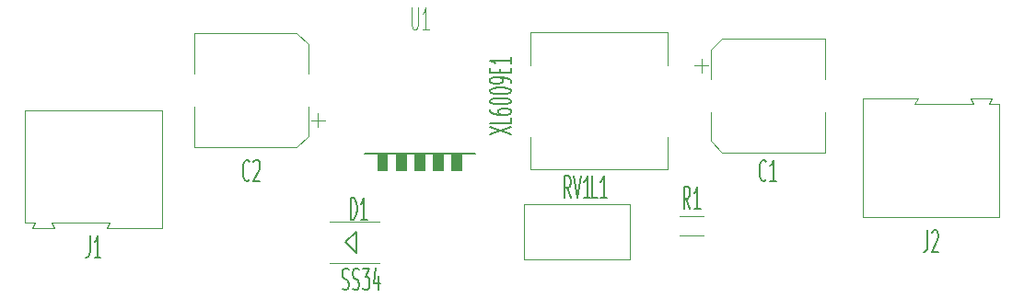
<source format=gbr>
G04 #@! TF.GenerationSoftware,KiCad,Pcbnew,5.1.4-e60b266~84~ubuntu18.04.1*
G04 #@! TF.CreationDate,2019-10-24T23:11:55-03:00*
G04 #@! TF.ProjectId,Fuente Step Up Xl6009 DC-DC ajustable 5v-35v_v2,4675656e-7465-4205-9374-657020557020,0b*
G04 #@! TF.SameCoordinates,Original*
G04 #@! TF.FileFunction,Legend,Top*
G04 #@! TF.FilePolarity,Positive*
%FSLAX46Y46*%
G04 Gerber Fmt 4.6, Leading zero omitted, Abs format (unit mm)*
G04 Created by KiCad (PCBNEW 5.1.4-e60b266~84~ubuntu18.04.1) date 2019-10-24 23:11:55*
%MOMM*%
%LPD*%
G04 APERTURE LIST*
%ADD10C,0.203200*%
%ADD11C,0.100000*%
%ADD12C,0.120000*%
%ADD13C,0.101600*%
%ADD14C,0.150000*%
G04 APERTURE END LIST*
D10*
X143094000Y-102880000D02*
X132906000Y-102880000D01*
D11*
G36*
X134107980Y-102794000D02*
G01*
X135079000Y-102794000D01*
X135079000Y-104477100D01*
X134107980Y-104477100D01*
X134107980Y-102794000D01*
G37*
G36*
X135811290Y-102794000D02*
G01*
X136780800Y-102794000D01*
X136780800Y-104479230D01*
X135811290Y-104479230D01*
X135811290Y-102794000D01*
G37*
G36*
X137517337Y-102794000D02*
G01*
X138482600Y-102794000D01*
X138482600Y-104470980D01*
X137517337Y-104470980D01*
X137517337Y-102794000D01*
G37*
G36*
X139219630Y-102794000D02*
G01*
X140184400Y-102794000D01*
X140184400Y-104471970D01*
X139219630Y-104471970D01*
X139219630Y-102794000D01*
G37*
G36*
X140924990Y-102794000D02*
G01*
X141886200Y-102794000D01*
X141886200Y-104476500D01*
X140924990Y-104476500D01*
X140924990Y-102794000D01*
G37*
D12*
X163875000Y-94115000D02*
X163875000Y-95365000D01*
X163250000Y-94740000D02*
X164500000Y-94740000D01*
X164740000Y-101695563D02*
X165804437Y-102760000D01*
X164740000Y-93304437D02*
X165804437Y-92240000D01*
X164740000Y-93304437D02*
X164740000Y-95990000D01*
X164740000Y-101695563D02*
X164740000Y-99010000D01*
X165804437Y-102760000D02*
X175260000Y-102760000D01*
X165804437Y-92240000D02*
X175260000Y-92240000D01*
X175260000Y-92240000D02*
X175260000Y-95990000D01*
X175260000Y-102760000D02*
X175260000Y-99010000D01*
X178700000Y-97800000D02*
X178700000Y-108650000D01*
X183800000Y-97800000D02*
X178700000Y-97800000D01*
X183500000Y-98300000D02*
X183800000Y-97800000D01*
X188900000Y-98300000D02*
X183500000Y-98300000D01*
X188650000Y-97800000D02*
X188900000Y-98300000D01*
X188700000Y-97800000D02*
X188650000Y-97800000D01*
X190600000Y-97800000D02*
X188700000Y-97800000D01*
X190350000Y-98300000D02*
X190600000Y-97800000D01*
X191300000Y-98300000D02*
X190350000Y-98300000D01*
X191300000Y-108650000D02*
X191300000Y-98300000D01*
X178700000Y-108650000D02*
X191300000Y-108650000D01*
X117240000Y-91740000D02*
X117240000Y-95490000D01*
X117240000Y-102260000D02*
X117240000Y-98510000D01*
X126695563Y-102260000D02*
X117240000Y-102260000D01*
X126695563Y-91740000D02*
X117240000Y-91740000D01*
X127760000Y-92804437D02*
X127760000Y-95490000D01*
X127760000Y-101195563D02*
X127760000Y-98510000D01*
X127760000Y-101195563D02*
X126695563Y-102260000D01*
X127760000Y-92804437D02*
X126695563Y-91740000D01*
X129250000Y-99760000D02*
X128000000Y-99760000D01*
X128625000Y-100385000D02*
X128625000Y-99135000D01*
D13*
X129739400Y-109095000D02*
X134260600Y-109095000D01*
X129739400Y-112905000D02*
X134260600Y-112905000D01*
D10*
X132193000Y-110000000D02*
X131170000Y-111000000D01*
X131170000Y-111000000D02*
X132193000Y-112000000D01*
X132193000Y-112000000D02*
X132193000Y-110000000D01*
D12*
X148200000Y-94700000D02*
X148200000Y-91700000D01*
X148200000Y-91700000D02*
X160800000Y-91700000D01*
X160800000Y-91700000D02*
X160800000Y-94700000D01*
X160800000Y-101300000D02*
X160800000Y-104300000D01*
X160800000Y-104300000D02*
X148200000Y-104300000D01*
X148200000Y-104300000D02*
X148200000Y-101300000D01*
X161888748Y-108590000D02*
X164111252Y-108590000D01*
X161888748Y-110410000D02*
X164111252Y-110410000D01*
X147575000Y-107470000D02*
X157345000Y-107470000D01*
X147575000Y-112540000D02*
X157345000Y-112540000D01*
X147575000Y-107470000D02*
X147575000Y-112540000D01*
X157345000Y-107470000D02*
X157345000Y-112540000D01*
X114300000Y-98850000D02*
X101700000Y-98850000D01*
X101700000Y-98850000D02*
X101700000Y-109200000D01*
X101700000Y-109200000D02*
X102650000Y-109200000D01*
X102650000Y-109200000D02*
X102400000Y-109700000D01*
X102400000Y-109700000D02*
X104300000Y-109700000D01*
X104300000Y-109700000D02*
X104350000Y-109700000D01*
X104350000Y-109700000D02*
X104100000Y-109200000D01*
X104100000Y-109200000D02*
X109500000Y-109200000D01*
X109500000Y-109200000D02*
X109200000Y-109700000D01*
X109200000Y-109700000D02*
X114300000Y-109700000D01*
X114300000Y-109700000D02*
X114300000Y-98850000D01*
D11*
X137237127Y-89404761D02*
X137237127Y-91023809D01*
X137284807Y-91214285D01*
X137332486Y-91309523D01*
X137427845Y-91404761D01*
X137618563Y-91404761D01*
X137713922Y-91309523D01*
X137761602Y-91214285D01*
X137809281Y-91023809D01*
X137809281Y-89404761D01*
X138810551Y-91404761D02*
X138238397Y-91404761D01*
X138524474Y-91404761D02*
X138524474Y-89404761D01*
X138429115Y-89690476D01*
X138333756Y-89880952D01*
X138238397Y-89976190D01*
D14*
X144404761Y-101072678D02*
X146404761Y-100405778D01*
X144404761Y-100405778D02*
X146404761Y-101072678D01*
X146404761Y-99548335D02*
X146404761Y-100024692D01*
X144404761Y-100024692D01*
X144404761Y-98786164D02*
X144404761Y-98976707D01*
X144500000Y-99071978D01*
X144595238Y-99119614D01*
X144880952Y-99214885D01*
X145261904Y-99262521D01*
X146023809Y-99262521D01*
X146214285Y-99214885D01*
X146309523Y-99167250D01*
X146404761Y-99071978D01*
X146404761Y-98881435D01*
X146309523Y-98786164D01*
X146214285Y-98738528D01*
X146023809Y-98690892D01*
X145547619Y-98690892D01*
X145357142Y-98738528D01*
X145261904Y-98786164D01*
X145166666Y-98881435D01*
X145166666Y-99071978D01*
X145261904Y-99167250D01*
X145357142Y-99214885D01*
X145547619Y-99262521D01*
X144404761Y-98071628D02*
X144404761Y-97976357D01*
X144500000Y-97881085D01*
X144595238Y-97833450D01*
X144785714Y-97785814D01*
X145166666Y-97738178D01*
X145642857Y-97738178D01*
X146023809Y-97785814D01*
X146214285Y-97833450D01*
X146309523Y-97881085D01*
X146404761Y-97976357D01*
X146404761Y-98071628D01*
X146309523Y-98166900D01*
X146214285Y-98214535D01*
X146023809Y-98262171D01*
X145642857Y-98309807D01*
X145166666Y-98309807D01*
X144785714Y-98262171D01*
X144595238Y-98214535D01*
X144500000Y-98166900D01*
X144404761Y-98071628D01*
X144404761Y-97118914D02*
X144404761Y-97023642D01*
X144500000Y-96928371D01*
X144595238Y-96880735D01*
X144785714Y-96833100D01*
X145166666Y-96785464D01*
X145642857Y-96785464D01*
X146023809Y-96833100D01*
X146214285Y-96880735D01*
X146309523Y-96928371D01*
X146404761Y-97023642D01*
X146404761Y-97118914D01*
X146309523Y-97214185D01*
X146214285Y-97261821D01*
X146023809Y-97309457D01*
X145642857Y-97357092D01*
X145166666Y-97357092D01*
X144785714Y-97309457D01*
X144595238Y-97261821D01*
X144500000Y-97214185D01*
X144404761Y-97118914D01*
X146404761Y-96309107D02*
X146404761Y-96118564D01*
X146309523Y-96023292D01*
X146214285Y-95975657D01*
X145928571Y-95880385D01*
X145547619Y-95832750D01*
X144785714Y-95832750D01*
X144595238Y-95880385D01*
X144500000Y-95928021D01*
X144404761Y-96023292D01*
X144404761Y-96213835D01*
X144500000Y-96309107D01*
X144595238Y-96356742D01*
X144785714Y-96404378D01*
X145261904Y-96404378D01*
X145452380Y-96356742D01*
X145547619Y-96309107D01*
X145642857Y-96213835D01*
X145642857Y-96023292D01*
X145547619Y-95928021D01*
X145452380Y-95880385D01*
X145261904Y-95832750D01*
X145357142Y-95404028D02*
X145357142Y-95070578D01*
X146404761Y-94927671D02*
X146404761Y-95404028D01*
X144404761Y-95404028D01*
X144404761Y-94927671D01*
X146404761Y-93974957D02*
X146404761Y-94546585D01*
X146404761Y-94260771D02*
X144404761Y-94260771D01*
X144690476Y-94356042D01*
X144880952Y-94451314D01*
X144976190Y-94546585D01*
X169833333Y-105214285D02*
X169785714Y-105309523D01*
X169642857Y-105404761D01*
X169547619Y-105404761D01*
X169404761Y-105309523D01*
X169309523Y-105119047D01*
X169261904Y-104928571D01*
X169214285Y-104547619D01*
X169214285Y-104261904D01*
X169261904Y-103880952D01*
X169309523Y-103690476D01*
X169404761Y-103500000D01*
X169547619Y-103404761D01*
X169642857Y-103404761D01*
X169785714Y-103500000D01*
X169833333Y-103595238D01*
X170785714Y-105404761D02*
X170214285Y-105404761D01*
X170500000Y-105404761D02*
X170500000Y-103404761D01*
X170404761Y-103690476D01*
X170309523Y-103880952D01*
X170214285Y-103976190D01*
X184666666Y-109904761D02*
X184666666Y-111333333D01*
X184619047Y-111619047D01*
X184523809Y-111809523D01*
X184380952Y-111904761D01*
X184285714Y-111904761D01*
X185095238Y-110095238D02*
X185142857Y-110000000D01*
X185238095Y-109904761D01*
X185476190Y-109904761D01*
X185571428Y-110000000D01*
X185619047Y-110095238D01*
X185666666Y-110285714D01*
X185666666Y-110476190D01*
X185619047Y-110761904D01*
X185047619Y-111904761D01*
X185666666Y-111904761D01*
X122333333Y-105214285D02*
X122285714Y-105309523D01*
X122142857Y-105404761D01*
X122047619Y-105404761D01*
X121904761Y-105309523D01*
X121809523Y-105119047D01*
X121761904Y-104928571D01*
X121714285Y-104547619D01*
X121714285Y-104261904D01*
X121761904Y-103880952D01*
X121809523Y-103690476D01*
X121904761Y-103500000D01*
X122047619Y-103404761D01*
X122142857Y-103404761D01*
X122285714Y-103500000D01*
X122333333Y-103595238D01*
X122714285Y-103595238D02*
X122761904Y-103500000D01*
X122857142Y-103404761D01*
X123095238Y-103404761D01*
X123190476Y-103500000D01*
X123238095Y-103595238D01*
X123285714Y-103785714D01*
X123285714Y-103976190D01*
X123238095Y-104261904D01*
X122666666Y-105404761D01*
X123285714Y-105404761D01*
X131642904Y-108904761D02*
X131642904Y-106904761D01*
X131881000Y-106904761D01*
X132023857Y-107000000D01*
X132119095Y-107190476D01*
X132166714Y-107380952D01*
X132214333Y-107761904D01*
X132214333Y-108047619D01*
X132166714Y-108428571D01*
X132119095Y-108619047D01*
X132023857Y-108809523D01*
X131881000Y-108904761D01*
X131642904Y-108904761D01*
X133166714Y-108904761D02*
X132595285Y-108904761D01*
X132881000Y-108904761D02*
X132881000Y-106904761D01*
X132785761Y-107190476D01*
X132690523Y-107380952D01*
X132595285Y-107476190D01*
X130885714Y-115309523D02*
X131028571Y-115404761D01*
X131266666Y-115404761D01*
X131361904Y-115309523D01*
X131409523Y-115214285D01*
X131457142Y-115023809D01*
X131457142Y-114833333D01*
X131409523Y-114642857D01*
X131361904Y-114547619D01*
X131266666Y-114452380D01*
X131076190Y-114357142D01*
X130980952Y-114261904D01*
X130933333Y-114166666D01*
X130885714Y-113976190D01*
X130885714Y-113785714D01*
X130933333Y-113595238D01*
X130980952Y-113500000D01*
X131076190Y-113404761D01*
X131314285Y-113404761D01*
X131457142Y-113500000D01*
X131838095Y-115309523D02*
X131980952Y-115404761D01*
X132219047Y-115404761D01*
X132314285Y-115309523D01*
X132361904Y-115214285D01*
X132409523Y-115023809D01*
X132409523Y-114833333D01*
X132361904Y-114642857D01*
X132314285Y-114547619D01*
X132219047Y-114452380D01*
X132028571Y-114357142D01*
X131933333Y-114261904D01*
X131885714Y-114166666D01*
X131838095Y-113976190D01*
X131838095Y-113785714D01*
X131885714Y-113595238D01*
X131933333Y-113500000D01*
X132028571Y-113404761D01*
X132266666Y-113404761D01*
X132409523Y-113500000D01*
X132742857Y-113404761D02*
X133361904Y-113404761D01*
X133028571Y-114166666D01*
X133171428Y-114166666D01*
X133266666Y-114261904D01*
X133314285Y-114357142D01*
X133361904Y-114547619D01*
X133361904Y-115023809D01*
X133314285Y-115214285D01*
X133266666Y-115309523D01*
X133171428Y-115404761D01*
X132885714Y-115404761D01*
X132790476Y-115309523D01*
X132742857Y-115214285D01*
X134219047Y-114071428D02*
X134219047Y-115404761D01*
X133980952Y-113309523D02*
X133742857Y-114738095D01*
X134361904Y-114738095D01*
X154333333Y-106904761D02*
X153857142Y-106904761D01*
X153857142Y-104904761D01*
X155190476Y-106904761D02*
X154619047Y-106904761D01*
X154904761Y-106904761D02*
X154904761Y-104904761D01*
X154809523Y-105190476D01*
X154714285Y-105380952D01*
X154619047Y-105476190D01*
X162833333Y-107904761D02*
X162500000Y-106952380D01*
X162261904Y-107904761D02*
X162261904Y-105904761D01*
X162642857Y-105904761D01*
X162738095Y-106000000D01*
X162785714Y-106095238D01*
X162833333Y-106285714D01*
X162833333Y-106571428D01*
X162785714Y-106761904D01*
X162738095Y-106857142D01*
X162642857Y-106952380D01*
X162261904Y-106952380D01*
X163785714Y-107904761D02*
X163214285Y-107904761D01*
X163500000Y-107904761D02*
X163500000Y-105904761D01*
X163404761Y-106190476D01*
X163309523Y-106380952D01*
X163214285Y-106476190D01*
X151864761Y-106904761D02*
X151531428Y-105952380D01*
X151293333Y-106904761D02*
X151293333Y-104904761D01*
X151674285Y-104904761D01*
X151769523Y-105000000D01*
X151817142Y-105095238D01*
X151864761Y-105285714D01*
X151864761Y-105571428D01*
X151817142Y-105761904D01*
X151769523Y-105857142D01*
X151674285Y-105952380D01*
X151293333Y-105952380D01*
X152150476Y-104904761D02*
X152483809Y-106904761D01*
X152817142Y-104904761D01*
X153674285Y-106904761D02*
X153102857Y-106904761D01*
X153388571Y-106904761D02*
X153388571Y-104904761D01*
X153293333Y-105190476D01*
X153198095Y-105380952D01*
X153102857Y-105476190D01*
X107666666Y-110404761D02*
X107666666Y-111833333D01*
X107619047Y-112119047D01*
X107523809Y-112309523D01*
X107380952Y-112404761D01*
X107285714Y-112404761D01*
X108666666Y-112404761D02*
X108095238Y-112404761D01*
X108380952Y-112404761D02*
X108380952Y-110404761D01*
X108285714Y-110690476D01*
X108190476Y-110880952D01*
X108095238Y-110976190D01*
M02*

</source>
